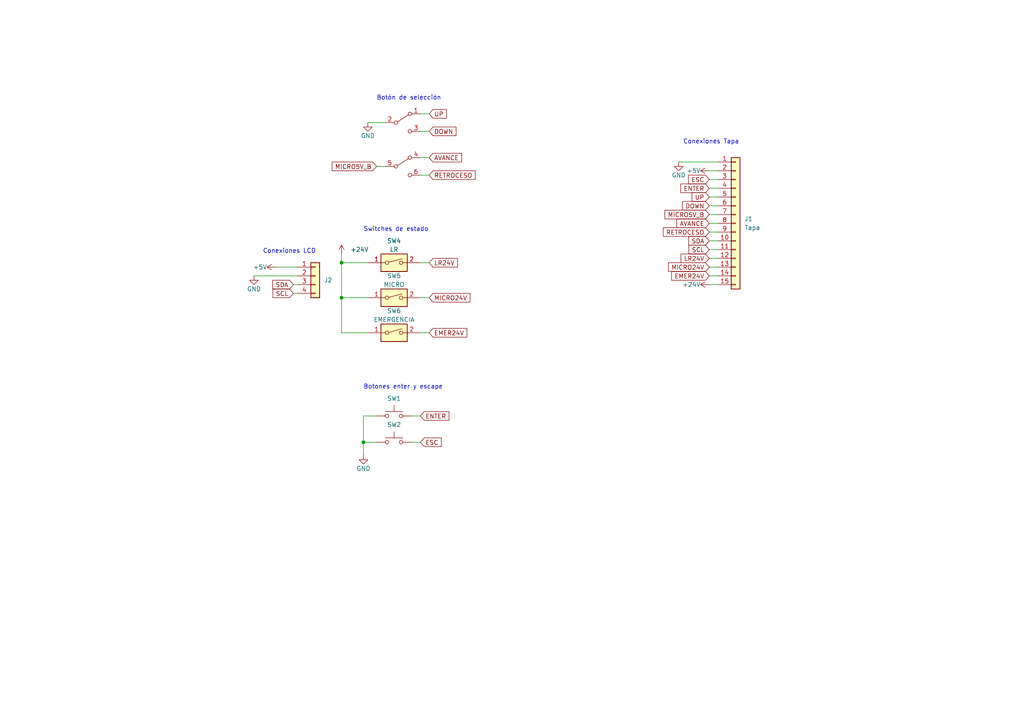
<source format=kicad_sch>
(kicad_sch (version 20211123) (generator eeschema)
  (paper "A4")
  (lib_symbols
    (symbol "Connector_Generic:Conn_01x04" (pin_names (offset 1.016) hide)
      (property "Reference" "J" (at 0 5.08 0))
      (property "Value" "Conn_01x04" (at 0 -7.62 0))
      (symbol "Conn_01x04_1_1"
        (rectangle (start -1.27 -4.953) (end 0 -5.207) (stroke (width 0.1524)))
        (rectangle (start -1.27 -2.413) (end 0 -2.667) (stroke (width 0.1524)))
        (rectangle (start -1.27 0.127) (end 0 -0.127) (stroke (width 0.1524)))
        (rectangle (start -1.27 2.667) (end 0 2.413) (stroke (width 0.1524)))
        (rectangle (start -1.27 3.81) (end 1.27 -6.35) (stroke (width 0.254)) (fill (type background)))
        (pin passive line (at -5.08 2.54 0) (length 3.81) (name "Pin_1") (number "1"))
        (pin passive line (at -5.08 0 0) (length 3.81) (name "Pin_2") (number "2"))
        (pin passive line (at -5.08 -2.54 0) (length 3.81) (name "Pin_3") (number "3"))
        (pin passive line (at -5.08 -5.08 0) (length 3.81) (name "Pin_4") (number "4"))
      )
    )
    (symbol "Connector_Generic:Conn_01x15" (pin_names (offset 1.016) hide)
      (property "Reference" "J" (at 0 20.32 0))
      (property "Value" "Conn_01x15" (at 0 -20.32 0))
      (symbol "Conn_01x15_1_1"
        (rectangle (start -1.27 -17.653) (end 0 -17.907) (stroke (width 0.1524)))
        (rectangle (start -1.27 -15.113) (end 0 -15.367) (stroke (width 0.1524)))
        (rectangle (start -1.27 -12.573) (end 0 -12.827) (stroke (width 0.1524)))
        (rectangle (start -1.27 -10.033) (end 0 -10.287) (stroke (width 0.1524)))
        (rectangle (start -1.27 -7.493) (end 0 -7.747) (stroke (width 0.1524)))
        (rectangle (start -1.27 -4.953) (end 0 -5.207) (stroke (width 0.1524)))
        (rectangle (start -1.27 -2.413) (end 0 -2.667) (stroke (width 0.1524)))
        (rectangle (start -1.27 0.127) (end 0 -0.127) (stroke (width 0.1524)))
        (rectangle (start -1.27 2.667) (end 0 2.413) (stroke (width 0.1524)))
        (rectangle (start -1.27 5.207) (end 0 4.953) (stroke (width 0.1524)))
        (rectangle (start -1.27 7.747) (end 0 7.493) (stroke (width 0.1524)))
        (rectangle (start -1.27 10.287) (end 0 10.033) (stroke (width 0.1524)))
        (rectangle (start -1.27 12.827) (end 0 12.573) (stroke (width 0.1524)))
        (rectangle (start -1.27 15.367) (end 0 15.113) (stroke (width 0.1524)))
        (rectangle (start -1.27 17.907) (end 0 17.653) (stroke (width 0.1524)))
        (rectangle (start -1.27 19.05) (end 1.27 -19.05) (stroke (width 0.254)) (fill (type background)))
        (pin passive line (at -5.08 17.78 0) (length 3.81) (name "Pin_1") (number "1"))
        (pin passive line (at -5.08 -5.08 0) (length 3.81) (name "Pin_10") (number "10"))
        (pin passive line (at -5.08 -7.62 0) (length 3.81) (name "Pin_11") (number "11"))
        (pin passive line (at -5.08 -10.16 0) (length 3.81) (name "Pin_12") (number "12"))
        (pin passive line (at -5.08 -12.7 0) (length 3.81) (name "Pin_13") (number "13"))
        (pin passive line (at -5.08 -15.24 0) (length 3.81) (name "Pin_14") (number "14"))
        (pin passive line (at -5.08 -17.78 0) (length 3.81) (name "Pin_15") (number "15"))
        (pin passive line (at -5.08 15.24 0) (length 3.81) (name "Pin_2") (number "2"))
        (pin passive line (at -5.08 12.7 0) (length 3.81) (name "Pin_3") (number "3"))
        (pin passive line (at -5.08 10.16 0) (length 3.81) (name "Pin_4") (number "4"))
        (pin passive line (at -5.08 7.62 0) (length 3.81) (name "Pin_5") (number "5"))
        (pin passive line (at -5.08 5.08 0) (length 3.81) (name "Pin_6") (number "6"))
        (pin passive line (at -5.08 2.54 0) (length 3.81) (name "Pin_7") (number "7"))
        (pin passive line (at -5.08 0 0) (length 3.81) (name "Pin_8") (number "8"))
        (pin passive line (at -5.08 -2.54 0) (length 3.81) (name "Pin_9") (number "9"))
      )
    )
    (symbol "Switch:SW_DIP_x01" (pin_names (offset 0) hide)
      (property "Reference" "SW" (at 0 3.81 0))
      (property "Value" "SW_DIP_x01" (at 0 -3.81 0))
      (symbol "SW_DIP_x01_0_0"
        (circle (center -2.032 0) (radius 0.508))
        (polyline (pts (xy -1.524 0.127) (xy 2.3622 1.1684)))
        (circle (center 2.032 0) (radius 0.508))
      )
      (symbol "SW_DIP_x01_0_1"
        (rectangle (start -3.81 2.54) (end 3.81 -2.54) (stroke (width 0.254)) (fill (type background)))
      )
      (symbol "SW_DIP_x01_1_1"
        (pin passive line (at -7.62 0 0) (length 5.08) (name "~") (number "1"))
        (pin passive line (at 7.62 0 180) (length 5.08) (name "~") (number "2"))
      )
    )
    (symbol "Switch:SW_DPDT_x2" (pin_names (offset 0) hide)
      (property "Reference" "SW" (at 0 4.318 0))
      (property "Value" "SW_DPDT_x2" (at 0 -5.08 0))
      (symbol "SW_DPDT_x2_0_0"
        (circle (center -2.032 0) (radius 0.508))
        (circle (center 2.032 -2.54) (radius 0.508))
      )
      (symbol "SW_DPDT_x2_0_1"
        (polyline (pts (xy -1.524 0.254) (xy 1.651 2.286)))
        (circle (center 2.032 2.54) (radius 0.508))
      )
      (symbol "SW_DPDT_x2_1_1"
        (pin passive line (at 5.08 2.54 180) (length 2.54) (name "A") (number "1"))
        (pin passive line (at -5.08 0 0) (length 2.54) (name "B") (number "2"))
        (pin passive line (at 5.08 -2.54 180) (length 2.54) (name "C") (number "3"))
      )
      (symbol "SW_DPDT_x2_2_1"
        (pin passive line (at 5.08 2.54 180) (length 2.54) (name "A") (number "4"))
        (pin passive line (at -5.08 0 0) (length 2.54) (name "B") (number "5"))
        (pin passive line (at 5.08 -2.54 180) (length 2.54) (name "C") (number "6"))
      )
    )
    (symbol "Switch:SW_Push" (pin_numbers hide) (pin_names (offset 1.016) hide)
      (property "Reference" "SW" (at 1.27 2.54 0))
      (property "Value" "SW_Push" (at 0 -1.524 0))
      (symbol "SW_Push_0_1"
        (circle (center -2.032 0) (radius 0.508))
        (polyline (pts (xy 0 1.27) (xy 0 3.048)))
        (polyline (pts (xy 2.54 1.27) (xy -2.54 1.27)))
        (circle (center 2.032 0) (radius 0.508))
        (pin passive line (at -5.08 0 0) (length 2.54) (name "1") (number "1"))
        (pin passive line (at 5.08 0 180) (length 2.54) (name "2") (number "2"))
      )
    )
    (symbol "power:+24V" (power) (pin_names (offset 0))
      (property "Value" "+24V" (at 0 3.556 0))
      (symbol "+24V_0_1"
        (polyline (pts (xy -0.762 1.27) (xy 0 2.54)))
        (polyline (pts (xy 0 0) (xy 0 2.54)))
        (polyline (pts (xy 0 2.54) (xy 0.762 1.27)))
      )
      (symbol "+24V_1_1"
        (pin power_in line (at 0 0 90) (length 0) hide (name "+24V") (number "1"))
      )
    )
    (symbol "power:+5V" (power) (pin_names (offset 0))
      (property "Value" "+5V" (at 0 3.556 0))
      (symbol "+5V_0_1"
        (polyline (pts (xy -0.762 1.27) (xy 0 2.54)))
        (polyline (pts (xy 0 0) (xy 0 2.54)))
        (polyline (pts (xy 0 2.54) (xy 0.762 1.27)))
      )
      (symbol "+5V_1_1"
        (pin power_in line (at 0 0 90) (length 0) hide (name "+5V") (number "1"))
      )
    )
    (symbol "power:GND" (power) (pin_names (offset 0))
      (property "Value" "GND" (at 0 -3.81 0))
      (symbol "GND_0_1"
        (polyline (pts (xy 0 0) (xy 0 -1.27) (xy 1.27 -1.27) (xy 0 -2.54) (xy -1.27 -1.27) (xy 0 -1.27)))
      )
      (symbol "GND_1_1"
        (pin power_in line (at 0 0 270) (length 0) hide (name "GND") (number "1"))
      )
    )
  )
  (junction (at 99.06 76.2))
  (junction (at 105.41 128.27))
  (junction (at 99.06 86.36))
  (wire (pts (xy 105.41 128.27) (xy 105.41 132.08)))
  (wire (pts (xy 196.85 46.99) (xy 208.28 46.99)))
  (wire (pts (xy 121.92 38.1) (xy 124.46 38.1)))
  (wire (pts (xy 205.74 49.53) (xy 208.28 49.53)))
  (wire (pts (xy 106.68 96.52) (xy 99.06 96.52)))
  (wire (pts (xy 205.74 77.47) (xy 208.28 77.47)))
  (wire (pts (xy 205.74 52.07) (xy 208.28 52.07)))
  (wire (pts (xy 109.22 120.65) (xy 105.41 120.65)))
  (wire (pts (xy 121.92 33.02) (xy 124.46 33.02)))
  (wire (pts (xy 205.74 72.39) (xy 208.28 72.39)))
  (wire (pts (xy 106.68 35.56) (xy 111.76 35.56)))
  (wire (pts (xy 99.06 76.2) (xy 99.06 73.66)))
  (wire (pts (xy 119.38 120.65) (xy 121.92 120.65)))
  (wire (pts (xy 121.92 50.8) (xy 124.46 50.8)))
  (wire (pts (xy 109.22 48.26) (xy 111.76 48.26)))
  (wire (pts (xy 85.09 85.09) (xy 86.36 85.09)))
  (wire (pts (xy 205.74 67.31) (xy 208.28 67.31)))
  (wire (pts (xy 121.92 76.2) (xy 124.46 76.2)))
  (wire (pts (xy 105.41 120.65) (xy 105.41 128.27)))
  (wire (pts (xy 205.74 59.69) (xy 208.28 59.69)))
  (wire (pts (xy 205.74 74.93) (xy 208.28 74.93)))
  (wire (pts (xy 121.92 86.36) (xy 124.46 86.36)))
  (wire (pts (xy 205.74 62.23) (xy 208.28 62.23)))
  (wire (pts (xy 205.74 82.55) (xy 208.28 82.55)))
  (wire (pts (xy 121.92 96.52) (xy 124.46 96.52)))
  (wire (pts (xy 119.38 128.27) (xy 121.92 128.27)))
  (wire (pts (xy 99.06 86.36) (xy 99.06 96.52)))
  (wire (pts (xy 99.06 86.36) (xy 106.68 86.36)))
  (wire (pts (xy 205.74 54.61) (xy 208.28 54.61)))
  (wire (pts (xy 85.09 82.55) (xy 86.36 82.55)))
  (wire (pts (xy 73.66 80.01) (xy 86.36 80.01)))
  (wire (pts (xy 205.74 64.77) (xy 208.28 64.77)))
  (wire (pts (xy 205.74 69.85) (xy 208.28 69.85)))
  (wire (pts (xy 99.06 76.2) (xy 106.68 76.2)))
  (wire (pts (xy 109.22 128.27) (xy 105.41 128.27)))
  (wire (pts (xy 205.74 57.15) (xy 208.28 57.15)))
  (wire (pts (xy 121.92 45.72) (xy 124.46 45.72)))
  (wire (pts (xy 99.06 86.36) (xy 99.06 76.2)))
  (wire (pts (xy 205.74 80.01) (xy 208.28 80.01)))
  (wire (pts (xy 80.01 77.47) (xy 86.36 77.47)))
  (text "Botones enter y escape" (at 105.41 113.03 0) (effects (font (size 1.27 1.27)) (justify left bottom)))
  (text "Botón de selección" (at 109.22 29.21 0) (effects (font (size 1.27 1.27)) (justify left bottom)))
  (text "Conexiones LCD" (at 76.2 73.66 0) (effects (font (size 1.27 1.27)) (justify left bottom)))
  (text "Conexiones Tapa" (at 198.12 41.91 0) (effects (font (size 1.27 1.27)) (justify left bottom)))
  (text "Switches de estado" (at 105.41 67.31 0) (effects (font (size 1.27 1.27)) (justify left bottom)))
  (global_label "UP" (shape input) (at 205.74 57.15 180) (property "Intersheet References" "${INTERSHEET_REFS}" (effects hide)))
  (global_label "DOWN" (shape input) (at 205.74 59.69 180) (property "Intersheet References" "${INTERSHEET_REFS}" (effects hide)))
  (global_label "MICRO24V" (shape input) (at 124.46 86.36 0) (property "Intersheet References" "${INTERSHEET_REFS}" (effects hide)))
  (global_label "MICRO24V" (shape input) (at 205.74 77.47 180) (property "Intersheet References" "${INTERSHEET_REFS}" (effects hide)))
  (global_label "DOWN" (shape input) (at 124.46 38.1 0) (property "Intersheet References" "${INTERSHEET_REFS}" (effects hide)))
  (global_label "SDA" (shape input) (at 85.09 82.55 180) (property "Intersheet References" "${INTERSHEET_REFS}" (effects hide)))
  (global_label "LR24V" (shape input) (at 205.74 74.93 180) (property "Intersheet References" "${INTERSHEET_REFS}" (effects hide)))
  (global_label "LR24V" (shape input) (at 124.46 76.2 0) (property "Intersheet References" "${INTERSHEET_REFS}" (effects hide)))
  (global_label "ENTER" (shape input) (at 205.74 54.61 180) (property "Intersheet References" "${INTERSHEET_REFS}" (effects hide)))
  (global_label "ESC" (shape input) (at 121.92 128.27 0) (property "Intersheet References" "${INTERSHEET_REFS}" (effects hide)))
  (global_label "ENTER" (shape input) (at 121.92 120.65 0) (property "Intersheet References" "${INTERSHEET_REFS}" (effects hide)))
  (global_label "MICRO5V_B" (shape input) (at 109.22 48.26 180) (property "Intersheet References" "${INTERSHEET_REFS}" (effects hide)))
  (global_label "EMER24V" (shape input) (at 205.74 80.01 180) (property "Intersheet References" "${INTERSHEET_REFS}" (effects hide)))
  (global_label "RETROCESO" (shape input) (at 205.74 67.31 180) (property "Intersheet References" "${INTERSHEET_REFS}" (effects hide)))
  (global_label "AVANCE" (shape input) (at 205.74 64.77 180) (property "Intersheet References" "${INTERSHEET_REFS}" (effects hide)))
  (global_label "MICRO5V_B" (shape input) (at 205.74 62.23 180) (property "Intersheet References" "${INTERSHEET_REFS}" (effects hide)))
  (global_label "EMER24V" (shape input) (at 124.46 96.52 0) (property "Intersheet References" "${INTERSHEET_REFS}" (effects hide)))
  (global_label "SCL" (shape input) (at 205.74 72.39 180) (property "Intersheet References" "${INTERSHEET_REFS}" (effects hide)))
  (global_label "SDA" (shape input) (at 205.74 69.85 180) (property "Intersheet References" "${INTERSHEET_REFS}" (effects hide)))
  (global_label "AVANCE" (shape input) (at 124.46 45.72 0) (property "Intersheet References" "${INTERSHEET_REFS}" (effects hide)))
  (global_label "UP" (shape input) (at 124.46 33.02 0) (property "Intersheet References" "${INTERSHEET_REFS}" (effects hide)))
  (global_label "RETROCESO" (shape input) (at 124.46 50.8 0) (property "Intersheet References" "${INTERSHEET_REFS}" (effects hide)))
  (global_label "SCL" (shape input) (at 85.09 85.09 180) (property "Intersheet References" "${INTERSHEET_REFS}" (effects hide)))
  (global_label "ESC" (shape input) (at 205.74 52.07 180) (property "Intersheet References" "${INTERSHEET_REFS}" (effects hide)))
  (symbol (lib_id "power:GND") (at 196.85 46.99 0) (unit 1)
    (property "Reference" "#PWR?" (effects hide))
    (property "Value" "GND" (at 196.85 50.8 0))
  )
  (symbol (lib_id "power:+5V") (at 205.74 49.53 90) (unit 1)
    (property "Reference" "#PWR?" (effects hide))
    (property "Value" "+5V" (at 203.2 49.53 90) (effects (justify left)))
  )
  (symbol (lib_id "power:+24V") (at 205.74 82.55 90) (unit 1)
    (property "Reference" "#PWR?" (effects hide))
    (property "Value" "+24V" (at 203.2 82.55 90) (effects (justify left)))
  )
  (symbol (lib_id "Switch:SW_DIP_x01") (at 114.3 76.2 0) (unit 1)
    (property "Reference" "SW4" (at 114.3 69.85 0))
    (property "Value" "LR" (at 114.3 72.39 0))
    (property "Footprint" "TerminalBlock_TE-Connectivity:TerminalBlock_TE_282834-2_1x02_P2.54mm_Horizontal" (effects hide))
  )
  (symbol (lib_id "power:GND") (at 73.66 80.01 0) (unit 1)
    (property "Reference" "#PWR?" (effects hide))
    (property "Value" "GND" (at 73.66 83.82 0))
  )
  (symbol (lib_id "power:GND") (at 106.68 35.56 0) (unit 1)
    (property "Reference" "#PWR?" (effects hide))
    (property "Value" "GND" (at 106.68 39.37 0))
  )
  (symbol (lib_id "Switch:SW_DIP_x01") (at 114.3 96.52 0) (unit 1)
    (property "Reference" "SW6" (at 114.3 90.17 0))
    (property "Value" "EMERGENCIA" (at 114.3 92.71 0))
    (property "Footprint" "TerminalBlock_TE-Connectivity:TerminalBlock_TE_282834-2_1x02_P2.54mm_Horizontal" (effects hide))
  )
  (symbol (lib_id "Switch:SW_DIP_x01") (at 114.3 86.36 0) (unit 1)
    (property "Reference" "SW5" (at 114.3 80.01 0))
    (property "Value" "MICRO" (at 114.3 82.55 0))
    (property "Footprint" "TerminalBlock_TE-Connectivity:TerminalBlock_TE_282834-2_1x02_P2.54mm_Horizontal" (effects hide))
  )
  (symbol (lib_id "Switch:SW_DPDT_x2") (at 116.84 35.56 0) (unit 1)
    (property "Reference" "SW3" (effects hide))
    (property "Value" "Botón Selección" (effects hide))
  )
  (symbol (lib_id "Switch:SW_DPDT_x2") (at 116.84 48.26 0) (unit 2)
    (property "Reference" "SW3" (effects hide))
    (property "Value" "Botón Selección" (effects hide))
  )
  (symbol (lib_id "power:GND") (at 105.41 132.08 0) (unit 1)
    (property "Reference" "#PWR?" (effects hide))
    (property "Value" "GND" (at 105.41 135.89 0))
  )
  (symbol (lib_id "Connector_Generic:Conn_01x15") (at 213.36 64.77 0) (unit 1)
    (property "Reference" "J1" (at 215.9 63.4999 0) (effects (justify left)))
    (property "Value" "Tapa" (at 215.9 66.0399 0) (effects (justify left)))
  )
  (symbol (lib_id "power:+24V") (at 99.06 73.66 0) (unit 1)
    (property "Reference" "#PWR?" (effects hide))
    (property "Value" "+24V" (at 101.6 72.3899 0) (effects (justify left)))
  )
  (symbol (lib_id "Switch:SW_Push") (at 114.3 120.65 0) (unit 1)
    (property "Reference" "SW1" (at 114.3 115.57 0))
    (property "Value" "Enter" (effects hide))
    (property "Footprint" "Button_Switch_THT:SW_PUSH_6mm_H8mm" (effects hide))
  )
  (symbol (lib_id "power:+5V") (at 80.01 77.47 90) (unit 1)
    (property "Reference" "#PWR?" (effects hide))
    (property "Value" "+5V" (at 77.47 77.47 90) (effects (justify left)))
  )
  (symbol (lib_id "Switch:SW_Push") (at 114.3 128.27 0) (unit 1)
    (property "Reference" "SW2" (at 114.3 123.19 0))
    (property "Value" "ESC" (effects hide))
    (property "Footprint" "Button_Switch_THT:SW_PUSH_6mm_H8mm" (effects hide))
  )
  (symbol (lib_id "Connector_Generic:Conn_01x04") (at 91.44 80.01 0) (unit 1)
    (property "Reference" "J2" (at 93.98 81.2799 0) (effects (justify left)))
    (property "Value" "Conn_01x04" (effects hide))
    (property "Footprint" "TerminalBlock_TE-Connectivity:TerminalBlock_TE_282834-4_1x04_P2.54mm_Horizontal" (effects hide))
  )
)
</source>
